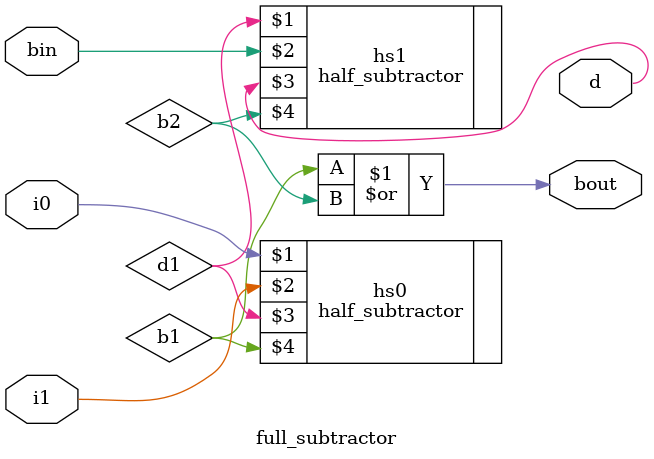
<source format=v>
`include "Subtractor/Half Subtractor/half_subtractor.v"

module full_subtractor(
    input i0, i1, bin,
    output d, bout);

    wire d1, b1, b2;
    half_subtractor hs0(i0, i1, d1, b1);
    half_subtractor hs1(d1, bin, d, b2);

    or o(bout, b1, b2);

endmodule
</source>
